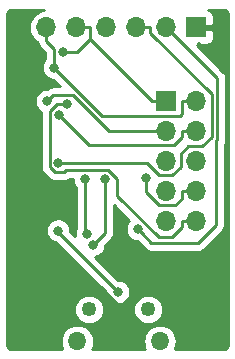
<source format=gbr>
G04 #@! TF.GenerationSoftware,KiCad,Pcbnew,(5.1.2)-1*
G04 #@! TF.CreationDate,2020-05-23T15:23:26+09:00*
G04 #@! TF.ProjectId,cp,63702e6b-6963-4616-945f-706362585858,v1.1*
G04 #@! TF.SameCoordinates,Original*
G04 #@! TF.FileFunction,Copper,L2,Bot*
G04 #@! TF.FilePolarity,Positive*
%FSLAX46Y46*%
G04 Gerber Fmt 4.6, Leading zero omitted, Abs format (unit mm)*
G04 Created by KiCad (PCBNEW (5.1.2)-1) date 2020-05-23 15:23:26*
%MOMM*%
%LPD*%
G04 APERTURE LIST*
%ADD10O,1.700000X1.700000*%
%ADD11R,1.700000X1.700000*%
%ADD12O,1.550000X1.550000*%
%ADD13O,1.250000X1.250000*%
%ADD14C,0.800000*%
%ADD15C,0.250000*%
%ADD16C,0.254000*%
G04 APERTURE END LIST*
D10*
X126640000Y-138510000D03*
X124100000Y-138510000D03*
X126640000Y-135970000D03*
X124100000Y-135970000D03*
X126640000Y-133430000D03*
X124100000Y-133430000D03*
X126640000Y-130890000D03*
X124100000Y-130890000D03*
X126640000Y-128350000D03*
D11*
X124100000Y-128350000D03*
D12*
X116600000Y-148700000D03*
X123600000Y-148700000D03*
D13*
X117600000Y-146000000D03*
X122600000Y-146000000D03*
D10*
X113990000Y-122130000D03*
X116530000Y-122130000D03*
X119070000Y-122130000D03*
X121610000Y-122130000D03*
X124150000Y-122130000D03*
D11*
X126690000Y-122130000D03*
D14*
X125900000Y-144000000D03*
X112300000Y-144400000D03*
X111600000Y-123900000D03*
X121726125Y-139212615D03*
X118941000Y-134942700D03*
X117942400Y-140523200D03*
X115368900Y-124225010D03*
X115002100Y-133645400D03*
X117250000Y-134937800D03*
X117403600Y-139627300D03*
X114976900Y-139333100D03*
X120047600Y-144517500D03*
X122389100Y-134911200D03*
X115022800Y-129535900D03*
X114055000Y-128374900D03*
X114611500Y-125525300D03*
X115708600Y-128616000D03*
D15*
X125900000Y-144565685D02*
X123265685Y-147200000D01*
X125900000Y-144000000D02*
X125900000Y-144565685D01*
X118857098Y-144400000D02*
X112300000Y-144400000D01*
X123265685Y-147200000D02*
X121657098Y-147200000D01*
X121657098Y-147200000D02*
X118857098Y-144400000D01*
X128450011Y-126430011D02*
X128450011Y-131586400D01*
X128308000Y-138892000D02*
X126849989Y-140350011D01*
X126849989Y-140350011D02*
X122863521Y-140350011D01*
X128308000Y-131728411D02*
X128308000Y-138892000D01*
X122863521Y-140350011D02*
X122126124Y-139612614D01*
X124150000Y-122130000D02*
X128450011Y-126430011D01*
X128450011Y-131586400D02*
X128308000Y-131728411D01*
X122126124Y-139612614D02*
X121726125Y-139212615D01*
X117942400Y-140523200D02*
X118941000Y-139524600D01*
X118941000Y-139524600D02*
X118941000Y-134942700D01*
X117705300Y-123130600D02*
X122924700Y-128350000D01*
X117705300Y-122130000D02*
X117705300Y-123130600D01*
X124100000Y-128350000D02*
X122924700Y-128350000D01*
X116530000Y-122130000D02*
X117705300Y-122130000D01*
X116610890Y-124225010D02*
X115934585Y-124225010D01*
X115934585Y-124225010D02*
X115368900Y-124225010D01*
X117705300Y-123130600D02*
X116610890Y-124225010D01*
X123510500Y-134640900D02*
X122515000Y-133645400D01*
X125370000Y-133918800D02*
X124647900Y-134640900D01*
X125370000Y-132830000D02*
X125370000Y-133918800D01*
X126000000Y-132200000D02*
X125370000Y-132830000D01*
X122515000Y-133645400D02*
X115002100Y-133645400D01*
X122785300Y-122130000D02*
X122785300Y-122572400D01*
X124647900Y-134640900D02*
X123510500Y-134640900D01*
X121610000Y-122130000D02*
X122785300Y-122130000D01*
X128000000Y-127787100D02*
X128000000Y-131400000D01*
X122785300Y-122572400D02*
X128000000Y-127787100D01*
X128000000Y-131400000D02*
X127200000Y-132200000D01*
X127200000Y-132200000D02*
X126000000Y-132200000D01*
X117250000Y-134937800D02*
X117250000Y-139473700D01*
X117250000Y-139473700D02*
X117403600Y-139627300D01*
X120047600Y-144517500D02*
X114976900Y-139446800D01*
X114976900Y-139446800D02*
X114976900Y-139333100D01*
X122389100Y-136089100D02*
X122389100Y-134911200D01*
X123500000Y-137200000D02*
X122389100Y-136089100D01*
X124900000Y-137200000D02*
X123500000Y-137200000D01*
X125464700Y-136635300D02*
X124900000Y-137200000D01*
X126640000Y-135970000D02*
X125464700Y-135970000D01*
X125464700Y-135970000D02*
X125464700Y-136635300D01*
X117586900Y-132100000D02*
X115022800Y-129535900D01*
X124800000Y-132100000D02*
X117586900Y-132100000D01*
X125464700Y-131435300D02*
X124800000Y-132100000D01*
X126640000Y-130890000D02*
X125464700Y-130890000D01*
X125464700Y-130890000D02*
X125464700Y-131435300D01*
X124100000Y-130890000D02*
X119260800Y-130890000D01*
X119260800Y-130890000D02*
X116251500Y-127880700D01*
X116251500Y-127880700D02*
X114549200Y-127880700D01*
X114549200Y-127880700D02*
X114055000Y-128374900D01*
X113990000Y-123305300D02*
X114611500Y-123926800D01*
X114611500Y-123926800D02*
X114611500Y-125525300D01*
X113990000Y-122130000D02*
X113990000Y-123305300D01*
X125464700Y-128350000D02*
X126640000Y-128350000D01*
X125464700Y-129435300D02*
X125464700Y-128350000D01*
X125300000Y-129600000D02*
X125464700Y-129435300D01*
X114611500Y-125525300D02*
X118686200Y-129600000D01*
X118686200Y-129600000D02*
X125300000Y-129600000D01*
X125464700Y-138510000D02*
X126640000Y-138510000D01*
X119972300Y-136372300D02*
X123500000Y-139900000D01*
X124600000Y-139900000D02*
X125464700Y-139035300D01*
X119219300Y-134181700D02*
X119972300Y-134934700D01*
X115685400Y-134181700D02*
X119219300Y-134181700D01*
X114845000Y-128616000D02*
X114254300Y-129206700D01*
X119972300Y-134934700D02*
X119972300Y-136372300D01*
X115708600Y-128616000D02*
X114845000Y-128616000D01*
X125464700Y-139035300D02*
X125464700Y-138510000D01*
X114254300Y-133930200D02*
X114694800Y-134370700D01*
X123500000Y-139900000D02*
X124600000Y-139900000D01*
X114694800Y-134370700D02*
X115496400Y-134370700D01*
X114254300Y-129206700D02*
X114254300Y-133930200D01*
X115496400Y-134370700D02*
X115685400Y-134181700D01*
D16*
G36*
X113698889Y-120666487D02*
G01*
X113418966Y-120751401D01*
X113160986Y-120889294D01*
X112934866Y-121074866D01*
X112749294Y-121300986D01*
X112611401Y-121558966D01*
X112526487Y-121838889D01*
X112497815Y-122130000D01*
X112526487Y-122421111D01*
X112611401Y-122701034D01*
X112749294Y-122959014D01*
X112934866Y-123185134D01*
X113160986Y-123370706D01*
X113236755Y-123411205D01*
X113237902Y-123422847D01*
X113240998Y-123454285D01*
X113284454Y-123597546D01*
X113355026Y-123729576D01*
X113413425Y-123800734D01*
X113450000Y-123845301D01*
X113478998Y-123869099D01*
X113851500Y-124241602D01*
X113851501Y-124821588D01*
X113807563Y-124865526D01*
X113694295Y-125035044D01*
X113616274Y-125223402D01*
X113576500Y-125423361D01*
X113576500Y-125627239D01*
X113616274Y-125827198D01*
X113694295Y-126015556D01*
X113807563Y-126185074D01*
X113951726Y-126329237D01*
X114121244Y-126442505D01*
X114309602Y-126520526D01*
X114509561Y-126560300D01*
X114571699Y-126560300D01*
X115132099Y-127120700D01*
X114586522Y-127120700D01*
X114549199Y-127117024D01*
X114511876Y-127120700D01*
X114511867Y-127120700D01*
X114400214Y-127131697D01*
X114256953Y-127175154D01*
X114124924Y-127245726D01*
X114010173Y-127339900D01*
X113953061Y-127339900D01*
X113753102Y-127379674D01*
X113564744Y-127457695D01*
X113395226Y-127570963D01*
X113251063Y-127715126D01*
X113137795Y-127884644D01*
X113059774Y-128073002D01*
X113020000Y-128272961D01*
X113020000Y-128476839D01*
X113059774Y-128676798D01*
X113137795Y-128865156D01*
X113251063Y-129034674D01*
X113395226Y-129178837D01*
X113494300Y-129245036D01*
X113494301Y-133892868D01*
X113490624Y-133930200D01*
X113494301Y-133967533D01*
X113505298Y-134079186D01*
X113513815Y-134107263D01*
X113548754Y-134222446D01*
X113619326Y-134354476D01*
X113676135Y-134423697D01*
X113714300Y-134470201D01*
X113743298Y-134493999D01*
X114130996Y-134881697D01*
X114154799Y-134910701D01*
X114227946Y-134970731D01*
X114270523Y-135005674D01*
X114334254Y-135039739D01*
X114402553Y-135076246D01*
X114545814Y-135119703D01*
X114657467Y-135130700D01*
X114657476Y-135130700D01*
X114694799Y-135134376D01*
X114732122Y-135130700D01*
X115459078Y-135130700D01*
X115496400Y-135134376D01*
X115533722Y-135130700D01*
X115533733Y-135130700D01*
X115645386Y-135119703D01*
X115788647Y-135076246D01*
X115920676Y-135005674D01*
X115998629Y-134941700D01*
X116215000Y-134941700D01*
X116215000Y-135039739D01*
X116254774Y-135239698D01*
X116332795Y-135428056D01*
X116446063Y-135597574D01*
X116490000Y-135641511D01*
X116490001Y-139131647D01*
X116486395Y-139137044D01*
X116408374Y-139325402D01*
X116368600Y-139525361D01*
X116368600Y-139729239D01*
X116377156Y-139772255D01*
X116011900Y-139406999D01*
X116011900Y-139231161D01*
X115972126Y-139031202D01*
X115894105Y-138842844D01*
X115780837Y-138673326D01*
X115636674Y-138529163D01*
X115467156Y-138415895D01*
X115278798Y-138337874D01*
X115078839Y-138298100D01*
X114874961Y-138298100D01*
X114675002Y-138337874D01*
X114486644Y-138415895D01*
X114317126Y-138529163D01*
X114172963Y-138673326D01*
X114059695Y-138842844D01*
X113981674Y-139031202D01*
X113941900Y-139231161D01*
X113941900Y-139435039D01*
X113981674Y-139634998D01*
X114059695Y-139823356D01*
X114172963Y-139992874D01*
X114317126Y-140137037D01*
X114486644Y-140250305D01*
X114675002Y-140328326D01*
X114810596Y-140355297D01*
X119012600Y-144557302D01*
X119012600Y-144619439D01*
X119052374Y-144819398D01*
X119130395Y-145007756D01*
X119243663Y-145177274D01*
X119387826Y-145321437D01*
X119557344Y-145434705D01*
X119745702Y-145512726D01*
X119945661Y-145552500D01*
X120149539Y-145552500D01*
X120349498Y-145512726D01*
X120537856Y-145434705D01*
X120707374Y-145321437D01*
X120851537Y-145177274D01*
X120964805Y-145007756D01*
X121042826Y-144819398D01*
X121082600Y-144619439D01*
X121082600Y-144415561D01*
X121042826Y-144215602D01*
X120964805Y-144027244D01*
X120851537Y-143857726D01*
X120707374Y-143713563D01*
X120537856Y-143600295D01*
X120349498Y-143522274D01*
X120149539Y-143482500D01*
X120087402Y-143482500D01*
X118143398Y-141538496D01*
X118244298Y-141518426D01*
X118432656Y-141440405D01*
X118602174Y-141327137D01*
X118746337Y-141182974D01*
X118859605Y-141013456D01*
X118937626Y-140825098D01*
X118977400Y-140625139D01*
X118977400Y-140563001D01*
X119452004Y-140088398D01*
X119481001Y-140064601D01*
X119575974Y-139948876D01*
X119646546Y-139816847D01*
X119690003Y-139673586D01*
X119701000Y-139561933D01*
X119701000Y-139561925D01*
X119704676Y-139524600D01*
X119701000Y-139487275D01*
X119701000Y-137175801D01*
X121000114Y-138474915D01*
X120922188Y-138552841D01*
X120808920Y-138722359D01*
X120730899Y-138910717D01*
X120691125Y-139110676D01*
X120691125Y-139314554D01*
X120730899Y-139514513D01*
X120808920Y-139702871D01*
X120922188Y-139872389D01*
X121066351Y-140016552D01*
X121235869Y-140129820D01*
X121424227Y-140207841D01*
X121624186Y-140247615D01*
X121686324Y-140247615D01*
X122299722Y-140861013D01*
X122323520Y-140890012D01*
X122439245Y-140984985D01*
X122571274Y-141055557D01*
X122714535Y-141099014D01*
X122826188Y-141110011D01*
X122826198Y-141110011D01*
X122863521Y-141113687D01*
X122900844Y-141110011D01*
X126812667Y-141110011D01*
X126849989Y-141113687D01*
X126887311Y-141110011D01*
X126887322Y-141110011D01*
X126998975Y-141099014D01*
X127142236Y-141055557D01*
X127274265Y-140984985D01*
X127389990Y-140890012D01*
X127413793Y-140861008D01*
X128819003Y-139455799D01*
X128848001Y-139432001D01*
X128883293Y-139388998D01*
X128942974Y-139316277D01*
X129013546Y-139184247D01*
X129026968Y-139140000D01*
X129057003Y-139040986D01*
X129068000Y-138929333D01*
X129068000Y-138929323D01*
X129071676Y-138892000D01*
X129068000Y-138854677D01*
X129068000Y-132031372D01*
X129084985Y-132010676D01*
X129155557Y-131878647D01*
X129199014Y-131735386D01*
X129210011Y-131623733D01*
X129210011Y-131623722D01*
X129213687Y-131586400D01*
X129210011Y-131549077D01*
X129210011Y-126467334D01*
X129213687Y-126430011D01*
X129210011Y-126392688D01*
X129210011Y-126392678D01*
X129199014Y-126281025D01*
X129155557Y-126137764D01*
X129084986Y-126005736D01*
X129084985Y-126005734D01*
X129013810Y-125919008D01*
X128990012Y-125890010D01*
X128961015Y-125866213D01*
X126709802Y-123615000D01*
X126817002Y-123615000D01*
X126817002Y-123456252D01*
X126975750Y-123615000D01*
X127540000Y-123618072D01*
X127664482Y-123605812D01*
X127784180Y-123569502D01*
X127894494Y-123510537D01*
X127991185Y-123431185D01*
X128070537Y-123334494D01*
X128129502Y-123224180D01*
X128165812Y-123104482D01*
X128178072Y-122980000D01*
X128175000Y-122415750D01*
X128016250Y-122257000D01*
X126817000Y-122257000D01*
X126817000Y-122277000D01*
X126563000Y-122277000D01*
X126563000Y-122257000D01*
X126543000Y-122257000D01*
X126543000Y-122003000D01*
X126563000Y-122003000D01*
X126563000Y-121983000D01*
X126817000Y-121983000D01*
X126817000Y-122003000D01*
X128016250Y-122003000D01*
X128175000Y-121844250D01*
X128178072Y-121280000D01*
X128165812Y-121155518D01*
X128129502Y-121035820D01*
X128070537Y-120925506D01*
X127991185Y-120828815D01*
X127894494Y-120749463D01*
X127784180Y-120690498D01*
X127683642Y-120660000D01*
X128967721Y-120660000D01*
X129065424Y-120669580D01*
X129128356Y-120688580D01*
X129186405Y-120719445D01*
X129237343Y-120760989D01*
X129279248Y-120811644D01*
X129310515Y-120869471D01*
X129329956Y-120932272D01*
X129340001Y-121027845D01*
X129340000Y-148967721D01*
X129330420Y-149065424D01*
X129311420Y-149128357D01*
X129280554Y-149186406D01*
X129239011Y-149237343D01*
X129188356Y-149279248D01*
X129130529Y-149310515D01*
X129067728Y-149329956D01*
X128972165Y-149340000D01*
X124856694Y-149340000D01*
X124908973Y-149242194D01*
X124989598Y-148976408D01*
X125016822Y-148700000D01*
X124989598Y-148423592D01*
X124908973Y-148157806D01*
X124778044Y-147912856D01*
X124601844Y-147698156D01*
X124387144Y-147521956D01*
X124142194Y-147391027D01*
X123876408Y-147310402D01*
X123669264Y-147290000D01*
X123530736Y-147290000D01*
X123323592Y-147310402D01*
X123057806Y-147391027D01*
X122812856Y-147521956D01*
X122598156Y-147698156D01*
X122421956Y-147912856D01*
X122291027Y-148157806D01*
X122210402Y-148423592D01*
X122183178Y-148700000D01*
X122210402Y-148976408D01*
X122291027Y-149242194D01*
X122343306Y-149340000D01*
X117856694Y-149340000D01*
X117908973Y-149242194D01*
X117989598Y-148976408D01*
X118016822Y-148700000D01*
X117989598Y-148423592D01*
X117908973Y-148157806D01*
X117778044Y-147912856D01*
X117601844Y-147698156D01*
X117387144Y-147521956D01*
X117142194Y-147391027D01*
X116876408Y-147310402D01*
X116669264Y-147290000D01*
X116530736Y-147290000D01*
X116323592Y-147310402D01*
X116057806Y-147391027D01*
X115812856Y-147521956D01*
X115598156Y-147698156D01*
X115421956Y-147912856D01*
X115291027Y-148157806D01*
X115210402Y-148423592D01*
X115183178Y-148700000D01*
X115210402Y-148976408D01*
X115291027Y-149242194D01*
X115343306Y-149340000D01*
X111032279Y-149340000D01*
X110934576Y-149330420D01*
X110871643Y-149311420D01*
X110813594Y-149280554D01*
X110762657Y-149239011D01*
X110720752Y-149188356D01*
X110689485Y-149130529D01*
X110670044Y-149067728D01*
X110660000Y-148972165D01*
X110660000Y-146000000D01*
X116333904Y-146000000D01*
X116358232Y-146247003D01*
X116430280Y-146484514D01*
X116547280Y-146703405D01*
X116704735Y-146895265D01*
X116896595Y-147052720D01*
X117115486Y-147169720D01*
X117352997Y-147241768D01*
X117538107Y-147260000D01*
X117661893Y-147260000D01*
X117847003Y-147241768D01*
X118084514Y-147169720D01*
X118303405Y-147052720D01*
X118495265Y-146895265D01*
X118652720Y-146703405D01*
X118769720Y-146484514D01*
X118841768Y-146247003D01*
X118866096Y-146000000D01*
X121333904Y-146000000D01*
X121358232Y-146247003D01*
X121430280Y-146484514D01*
X121547280Y-146703405D01*
X121704735Y-146895265D01*
X121896595Y-147052720D01*
X122115486Y-147169720D01*
X122352997Y-147241768D01*
X122538107Y-147260000D01*
X122661893Y-147260000D01*
X122847003Y-147241768D01*
X123084514Y-147169720D01*
X123303405Y-147052720D01*
X123495265Y-146895265D01*
X123652720Y-146703405D01*
X123769720Y-146484514D01*
X123841768Y-146247003D01*
X123866096Y-146000000D01*
X123841768Y-145752997D01*
X123769720Y-145515486D01*
X123652720Y-145296595D01*
X123495265Y-145104735D01*
X123303405Y-144947280D01*
X123084514Y-144830280D01*
X122847003Y-144758232D01*
X122661893Y-144740000D01*
X122538107Y-144740000D01*
X122352997Y-144758232D01*
X122115486Y-144830280D01*
X121896595Y-144947280D01*
X121704735Y-145104735D01*
X121547280Y-145296595D01*
X121430280Y-145515486D01*
X121358232Y-145752997D01*
X121333904Y-146000000D01*
X118866096Y-146000000D01*
X118841768Y-145752997D01*
X118769720Y-145515486D01*
X118652720Y-145296595D01*
X118495265Y-145104735D01*
X118303405Y-144947280D01*
X118084514Y-144830280D01*
X117847003Y-144758232D01*
X117661893Y-144740000D01*
X117538107Y-144740000D01*
X117352997Y-144758232D01*
X117115486Y-144830280D01*
X116896595Y-144947280D01*
X116704735Y-145104735D01*
X116547280Y-145296595D01*
X116430280Y-145515486D01*
X116358232Y-145752997D01*
X116333904Y-146000000D01*
X110660000Y-146000000D01*
X110660000Y-121032279D01*
X110669580Y-120934576D01*
X110688580Y-120871644D01*
X110719445Y-120813595D01*
X110760989Y-120762657D01*
X110811644Y-120720752D01*
X110869471Y-120689485D01*
X110932272Y-120670044D01*
X111027835Y-120660000D01*
X113764753Y-120660000D01*
X113698889Y-120666487D01*
X113698889Y-120666487D01*
G37*
X113698889Y-120666487D02*
X113418966Y-120751401D01*
X113160986Y-120889294D01*
X112934866Y-121074866D01*
X112749294Y-121300986D01*
X112611401Y-121558966D01*
X112526487Y-121838889D01*
X112497815Y-122130000D01*
X112526487Y-122421111D01*
X112611401Y-122701034D01*
X112749294Y-122959014D01*
X112934866Y-123185134D01*
X113160986Y-123370706D01*
X113236755Y-123411205D01*
X113237902Y-123422847D01*
X113240998Y-123454285D01*
X113284454Y-123597546D01*
X113355026Y-123729576D01*
X113413425Y-123800734D01*
X113450000Y-123845301D01*
X113478998Y-123869099D01*
X113851500Y-124241602D01*
X113851501Y-124821588D01*
X113807563Y-124865526D01*
X113694295Y-125035044D01*
X113616274Y-125223402D01*
X113576500Y-125423361D01*
X113576500Y-125627239D01*
X113616274Y-125827198D01*
X113694295Y-126015556D01*
X113807563Y-126185074D01*
X113951726Y-126329237D01*
X114121244Y-126442505D01*
X114309602Y-126520526D01*
X114509561Y-126560300D01*
X114571699Y-126560300D01*
X115132099Y-127120700D01*
X114586522Y-127120700D01*
X114549199Y-127117024D01*
X114511876Y-127120700D01*
X114511867Y-127120700D01*
X114400214Y-127131697D01*
X114256953Y-127175154D01*
X114124924Y-127245726D01*
X114010173Y-127339900D01*
X113953061Y-127339900D01*
X113753102Y-127379674D01*
X113564744Y-127457695D01*
X113395226Y-127570963D01*
X113251063Y-127715126D01*
X113137795Y-127884644D01*
X113059774Y-128073002D01*
X113020000Y-128272961D01*
X113020000Y-128476839D01*
X113059774Y-128676798D01*
X113137795Y-128865156D01*
X113251063Y-129034674D01*
X113395226Y-129178837D01*
X113494300Y-129245036D01*
X113494301Y-133892868D01*
X113490624Y-133930200D01*
X113494301Y-133967533D01*
X113505298Y-134079186D01*
X113513815Y-134107263D01*
X113548754Y-134222446D01*
X113619326Y-134354476D01*
X113676135Y-134423697D01*
X113714300Y-134470201D01*
X113743298Y-134493999D01*
X114130996Y-134881697D01*
X114154799Y-134910701D01*
X114227946Y-134970731D01*
X114270523Y-135005674D01*
X114334254Y-135039739D01*
X114402553Y-135076246D01*
X114545814Y-135119703D01*
X114657467Y-135130700D01*
X114657476Y-135130700D01*
X114694799Y-135134376D01*
X114732122Y-135130700D01*
X115459078Y-135130700D01*
X115496400Y-135134376D01*
X115533722Y-135130700D01*
X115533733Y-135130700D01*
X115645386Y-135119703D01*
X115788647Y-135076246D01*
X115920676Y-135005674D01*
X115998629Y-134941700D01*
X116215000Y-134941700D01*
X116215000Y-135039739D01*
X116254774Y-135239698D01*
X116332795Y-135428056D01*
X116446063Y-135597574D01*
X116490000Y-135641511D01*
X116490001Y-139131647D01*
X116486395Y-139137044D01*
X116408374Y-139325402D01*
X116368600Y-139525361D01*
X116368600Y-139729239D01*
X116377156Y-139772255D01*
X116011900Y-139406999D01*
X116011900Y-139231161D01*
X115972126Y-139031202D01*
X115894105Y-138842844D01*
X115780837Y-138673326D01*
X115636674Y-138529163D01*
X115467156Y-138415895D01*
X115278798Y-138337874D01*
X115078839Y-138298100D01*
X114874961Y-138298100D01*
X114675002Y-138337874D01*
X114486644Y-138415895D01*
X114317126Y-138529163D01*
X114172963Y-138673326D01*
X114059695Y-138842844D01*
X113981674Y-139031202D01*
X113941900Y-139231161D01*
X113941900Y-139435039D01*
X113981674Y-139634998D01*
X114059695Y-139823356D01*
X114172963Y-139992874D01*
X114317126Y-140137037D01*
X114486644Y-140250305D01*
X114675002Y-140328326D01*
X114810596Y-140355297D01*
X119012600Y-144557302D01*
X119012600Y-144619439D01*
X119052374Y-144819398D01*
X119130395Y-145007756D01*
X119243663Y-145177274D01*
X119387826Y-145321437D01*
X119557344Y-145434705D01*
X119745702Y-145512726D01*
X119945661Y-145552500D01*
X120149539Y-145552500D01*
X120349498Y-145512726D01*
X120537856Y-145434705D01*
X120707374Y-145321437D01*
X120851537Y-145177274D01*
X120964805Y-145007756D01*
X121042826Y-144819398D01*
X121082600Y-144619439D01*
X121082600Y-144415561D01*
X121042826Y-144215602D01*
X120964805Y-144027244D01*
X120851537Y-143857726D01*
X120707374Y-143713563D01*
X120537856Y-143600295D01*
X120349498Y-143522274D01*
X120149539Y-143482500D01*
X120087402Y-143482500D01*
X118143398Y-141538496D01*
X118244298Y-141518426D01*
X118432656Y-141440405D01*
X118602174Y-141327137D01*
X118746337Y-141182974D01*
X118859605Y-141013456D01*
X118937626Y-140825098D01*
X118977400Y-140625139D01*
X118977400Y-140563001D01*
X119452004Y-140088398D01*
X119481001Y-140064601D01*
X119575974Y-139948876D01*
X119646546Y-139816847D01*
X119690003Y-139673586D01*
X119701000Y-139561933D01*
X119701000Y-139561925D01*
X119704676Y-139524600D01*
X119701000Y-139487275D01*
X119701000Y-137175801D01*
X121000114Y-138474915D01*
X120922188Y-138552841D01*
X120808920Y-138722359D01*
X120730899Y-138910717D01*
X120691125Y-139110676D01*
X120691125Y-139314554D01*
X120730899Y-139514513D01*
X120808920Y-139702871D01*
X120922188Y-139872389D01*
X121066351Y-140016552D01*
X121235869Y-140129820D01*
X121424227Y-140207841D01*
X121624186Y-140247615D01*
X121686324Y-140247615D01*
X122299722Y-140861013D01*
X122323520Y-140890012D01*
X122439245Y-140984985D01*
X122571274Y-141055557D01*
X122714535Y-141099014D01*
X122826188Y-141110011D01*
X122826198Y-141110011D01*
X122863521Y-141113687D01*
X122900844Y-141110011D01*
X126812667Y-141110011D01*
X126849989Y-141113687D01*
X126887311Y-141110011D01*
X126887322Y-141110011D01*
X126998975Y-141099014D01*
X127142236Y-141055557D01*
X127274265Y-140984985D01*
X127389990Y-140890012D01*
X127413793Y-140861008D01*
X128819003Y-139455799D01*
X128848001Y-139432001D01*
X128883293Y-139388998D01*
X128942974Y-139316277D01*
X129013546Y-139184247D01*
X129026968Y-139140000D01*
X129057003Y-139040986D01*
X129068000Y-138929333D01*
X129068000Y-138929323D01*
X129071676Y-138892000D01*
X129068000Y-138854677D01*
X129068000Y-132031372D01*
X129084985Y-132010676D01*
X129155557Y-131878647D01*
X129199014Y-131735386D01*
X129210011Y-131623733D01*
X129210011Y-131623722D01*
X129213687Y-131586400D01*
X129210011Y-131549077D01*
X129210011Y-126467334D01*
X129213687Y-126430011D01*
X129210011Y-126392688D01*
X129210011Y-126392678D01*
X129199014Y-126281025D01*
X129155557Y-126137764D01*
X129084986Y-126005736D01*
X129084985Y-126005734D01*
X129013810Y-125919008D01*
X128990012Y-125890010D01*
X128961015Y-125866213D01*
X126709802Y-123615000D01*
X126817002Y-123615000D01*
X126817002Y-123456252D01*
X126975750Y-123615000D01*
X127540000Y-123618072D01*
X127664482Y-123605812D01*
X127784180Y-123569502D01*
X127894494Y-123510537D01*
X127991185Y-123431185D01*
X128070537Y-123334494D01*
X128129502Y-123224180D01*
X128165812Y-123104482D01*
X128178072Y-122980000D01*
X128175000Y-122415750D01*
X128016250Y-122257000D01*
X126817000Y-122257000D01*
X126817000Y-122277000D01*
X126563000Y-122277000D01*
X126563000Y-122257000D01*
X126543000Y-122257000D01*
X126543000Y-122003000D01*
X126563000Y-122003000D01*
X126563000Y-121983000D01*
X126817000Y-121983000D01*
X126817000Y-122003000D01*
X128016250Y-122003000D01*
X128175000Y-121844250D01*
X128178072Y-121280000D01*
X128165812Y-121155518D01*
X128129502Y-121035820D01*
X128070537Y-120925506D01*
X127991185Y-120828815D01*
X127894494Y-120749463D01*
X127784180Y-120690498D01*
X127683642Y-120660000D01*
X128967721Y-120660000D01*
X129065424Y-120669580D01*
X129128356Y-120688580D01*
X129186405Y-120719445D01*
X129237343Y-120760989D01*
X129279248Y-120811644D01*
X129310515Y-120869471D01*
X129329956Y-120932272D01*
X129340001Y-121027845D01*
X129340000Y-148967721D01*
X129330420Y-149065424D01*
X129311420Y-149128357D01*
X129280554Y-149186406D01*
X129239011Y-149237343D01*
X129188356Y-149279248D01*
X129130529Y-149310515D01*
X129067728Y-149329956D01*
X128972165Y-149340000D01*
X124856694Y-149340000D01*
X124908973Y-149242194D01*
X124989598Y-148976408D01*
X125016822Y-148700000D01*
X124989598Y-148423592D01*
X124908973Y-148157806D01*
X124778044Y-147912856D01*
X124601844Y-147698156D01*
X124387144Y-147521956D01*
X124142194Y-147391027D01*
X123876408Y-147310402D01*
X123669264Y-147290000D01*
X123530736Y-147290000D01*
X123323592Y-147310402D01*
X123057806Y-147391027D01*
X122812856Y-147521956D01*
X122598156Y-147698156D01*
X122421956Y-147912856D01*
X122291027Y-148157806D01*
X122210402Y-148423592D01*
X122183178Y-148700000D01*
X122210402Y-148976408D01*
X122291027Y-149242194D01*
X122343306Y-149340000D01*
X117856694Y-149340000D01*
X117908973Y-149242194D01*
X117989598Y-148976408D01*
X118016822Y-148700000D01*
X117989598Y-148423592D01*
X117908973Y-148157806D01*
X117778044Y-147912856D01*
X117601844Y-147698156D01*
X117387144Y-147521956D01*
X117142194Y-147391027D01*
X116876408Y-147310402D01*
X116669264Y-147290000D01*
X116530736Y-147290000D01*
X116323592Y-147310402D01*
X116057806Y-147391027D01*
X115812856Y-147521956D01*
X115598156Y-147698156D01*
X115421956Y-147912856D01*
X115291027Y-148157806D01*
X115210402Y-148423592D01*
X115183178Y-148700000D01*
X115210402Y-148976408D01*
X115291027Y-149242194D01*
X115343306Y-149340000D01*
X111032279Y-149340000D01*
X110934576Y-149330420D01*
X110871643Y-149311420D01*
X110813594Y-149280554D01*
X110762657Y-149239011D01*
X110720752Y-149188356D01*
X110689485Y-149130529D01*
X110670044Y-149067728D01*
X110660000Y-148972165D01*
X110660000Y-146000000D01*
X116333904Y-146000000D01*
X116358232Y-146247003D01*
X116430280Y-146484514D01*
X116547280Y-146703405D01*
X116704735Y-146895265D01*
X116896595Y-147052720D01*
X117115486Y-147169720D01*
X117352997Y-147241768D01*
X117538107Y-147260000D01*
X117661893Y-147260000D01*
X117847003Y-147241768D01*
X118084514Y-147169720D01*
X118303405Y-147052720D01*
X118495265Y-146895265D01*
X118652720Y-146703405D01*
X118769720Y-146484514D01*
X118841768Y-146247003D01*
X118866096Y-146000000D01*
X121333904Y-146000000D01*
X121358232Y-146247003D01*
X121430280Y-146484514D01*
X121547280Y-146703405D01*
X121704735Y-146895265D01*
X121896595Y-147052720D01*
X122115486Y-147169720D01*
X122352997Y-147241768D01*
X122538107Y-147260000D01*
X122661893Y-147260000D01*
X122847003Y-147241768D01*
X123084514Y-147169720D01*
X123303405Y-147052720D01*
X123495265Y-146895265D01*
X123652720Y-146703405D01*
X123769720Y-146484514D01*
X123841768Y-146247003D01*
X123866096Y-146000000D01*
X123841768Y-145752997D01*
X123769720Y-145515486D01*
X123652720Y-145296595D01*
X123495265Y-145104735D01*
X123303405Y-144947280D01*
X123084514Y-144830280D01*
X122847003Y-144758232D01*
X122661893Y-144740000D01*
X122538107Y-144740000D01*
X122352997Y-144758232D01*
X122115486Y-144830280D01*
X121896595Y-144947280D01*
X121704735Y-145104735D01*
X121547280Y-145296595D01*
X121430280Y-145515486D01*
X121358232Y-145752997D01*
X121333904Y-146000000D01*
X118866096Y-146000000D01*
X118841768Y-145752997D01*
X118769720Y-145515486D01*
X118652720Y-145296595D01*
X118495265Y-145104735D01*
X118303405Y-144947280D01*
X118084514Y-144830280D01*
X117847003Y-144758232D01*
X117661893Y-144740000D01*
X117538107Y-144740000D01*
X117352997Y-144758232D01*
X117115486Y-144830280D01*
X116896595Y-144947280D01*
X116704735Y-145104735D01*
X116547280Y-145296595D01*
X116430280Y-145515486D01*
X116358232Y-145752997D01*
X116333904Y-146000000D01*
X110660000Y-146000000D01*
X110660000Y-121032279D01*
X110669580Y-120934576D01*
X110688580Y-120871644D01*
X110719445Y-120813595D01*
X110760989Y-120762657D01*
X110811644Y-120720752D01*
X110869471Y-120689485D01*
X110932272Y-120670044D01*
X111027835Y-120660000D01*
X113764753Y-120660000D01*
X113698889Y-120666487D01*
M02*

</source>
